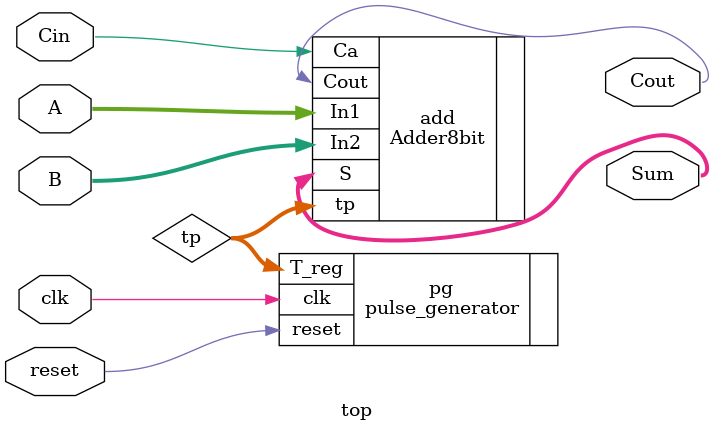
<source format=v>

module top(
input [7:0] A,B,
input clk,reset,
input Cin,
output [7:0]Sum,
output Cout );

//wire [3 : 0] q;
//wire [3 : 0] qbar;

wire [168:0] tp;


Adder8bit add(.In1(A),.In2(B),.Ca(Cin),.S(Sum),.Cout(Cout),.tp(tp));
pulse_generator pg (.clk(clk),.reset(reset),.T_reg(tp));
endmodule

</source>
